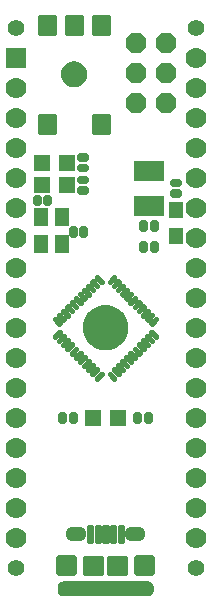
<source format=gbr>
G04 EAGLE Gerber RS-274X export*
G75*
%MOMM*%
%FSLAX34Y34*%
%LPD*%
%INSoldermask Top*%
%IPPOS*%
%AMOC8*
5,1,8,0,0,1.08239X$1,22.5*%
G01*
%ADD10C,1.403200*%
%ADD11C,0.243838*%
%ADD12C,0.508253*%
%ADD13C,1.011934*%
%ADD14C,0.362709*%
%ADD15C,1.103200*%
%ADD16P,1.897646X8X112.500000*%
%ADD17C,1.200000*%
%ADD18C,1.219200*%
%ADD19C,0.661416*%
%ADD20R,1.203200X1.403200*%
%ADD21R,1.403200X1.403200*%
%ADD22R,1.253200X1.503200*%
%ADD23C,2.540000*%
%ADD24C,0.420816*%
%ADD25R,2.603200X1.803200*%
%ADD26C,0.416831*%
%ADD27R,1.778000X1.778000*%
%ADD28C,1.778000*%

G36*
X54009Y-11429D02*
X54009Y-11429D01*
X125095Y-11429D01*
X125108Y-11428D01*
X125237Y-11421D01*
X125944Y-11342D01*
X126004Y-11327D01*
X126066Y-11322D01*
X126221Y-11278D01*
X126892Y-11044D01*
X126947Y-11016D01*
X127006Y-10997D01*
X127148Y-10920D01*
X127750Y-10542D01*
X127798Y-10503D01*
X127851Y-10471D01*
X127972Y-10365D01*
X128475Y-9862D01*
X128513Y-9813D01*
X128558Y-9770D01*
X128652Y-9640D01*
X129030Y-9038D01*
X129056Y-8982D01*
X129091Y-8930D01*
X129154Y-8782D01*
X129388Y-8111D01*
X129399Y-8063D01*
X129400Y-8060D01*
X129403Y-8047D01*
X129424Y-7992D01*
X129452Y-7834D01*
X129531Y-7127D01*
X129531Y-7113D01*
X129539Y-6985D01*
X129539Y-3175D01*
X129538Y-3162D01*
X129531Y-3033D01*
X129452Y-2326D01*
X129437Y-2266D01*
X129432Y-2204D01*
X129388Y-2049D01*
X129154Y-1378D01*
X129126Y-1323D01*
X129107Y-1264D01*
X129030Y-1122D01*
X128652Y-520D01*
X128613Y-472D01*
X128581Y-419D01*
X128475Y-298D01*
X127972Y205D01*
X127923Y243D01*
X127880Y288D01*
X127750Y382D01*
X127148Y760D01*
X127092Y786D01*
X127040Y821D01*
X126892Y884D01*
X126221Y1118D01*
X126160Y1131D01*
X126102Y1154D01*
X125944Y1182D01*
X125237Y1261D01*
X125223Y1261D01*
X125095Y1269D01*
X54009Y1269D01*
X53178Y1313D01*
X53117Y1309D01*
X53055Y1314D01*
X52895Y1296D01*
X52043Y1149D01*
X51983Y1131D01*
X51922Y1122D01*
X51770Y1069D01*
X50972Y736D01*
X50918Y705D01*
X50860Y683D01*
X50723Y598D01*
X50019Y95D01*
X49974Y53D01*
X49922Y18D01*
X49808Y-95D01*
X49234Y-742D01*
X49199Y-793D01*
X49156Y-838D01*
X49070Y-974D01*
X48654Y-1733D01*
X48631Y-1790D01*
X48600Y-1844D01*
X48546Y-1996D01*
X48309Y-2828D01*
X48295Y-2922D01*
X48271Y-3014D01*
X48264Y-3123D01*
X48261Y-3142D01*
X48262Y-3152D01*
X48261Y-3175D01*
X48261Y-6985D01*
X48273Y-7080D01*
X48275Y-7175D01*
X48298Y-7282D01*
X48301Y-7301D01*
X48304Y-7310D01*
X48309Y-7333D01*
X48546Y-8164D01*
X48570Y-8221D01*
X48586Y-8282D01*
X48654Y-8427D01*
X49070Y-9186D01*
X49106Y-9236D01*
X49135Y-9291D01*
X49234Y-9418D01*
X49808Y-10065D01*
X49855Y-10106D01*
X49895Y-10153D01*
X50019Y-10255D01*
X50723Y-10758D01*
X50778Y-10787D01*
X50827Y-10824D01*
X50972Y-10896D01*
X51770Y-11229D01*
X51829Y-11246D01*
X51886Y-11271D01*
X52043Y-11309D01*
X52895Y-11456D01*
X52957Y-11459D01*
X53017Y-11472D01*
X53178Y-11473D01*
X54009Y-11429D01*
G37*
D10*
X12700Y12700D03*
X165100Y12700D03*
X12700Y469900D03*
X165100Y469900D03*
D11*
X77521Y34874D02*
X73863Y34874D01*
X73863Y47930D01*
X77521Y47930D01*
X77521Y34874D01*
X77521Y37190D02*
X73863Y37190D01*
X73863Y39506D02*
X77521Y39506D01*
X77521Y41822D02*
X73863Y41822D01*
X73863Y44138D02*
X77521Y44138D01*
X77521Y46454D02*
X73863Y46454D01*
X80467Y34874D02*
X84125Y34874D01*
X80467Y34874D02*
X80467Y47930D01*
X84125Y47930D01*
X84125Y34874D01*
X84125Y37190D02*
X80467Y37190D01*
X80467Y39506D02*
X84125Y39506D01*
X84125Y41822D02*
X80467Y41822D01*
X80467Y44138D02*
X84125Y44138D01*
X84125Y46454D02*
X80467Y46454D01*
X87071Y34874D02*
X90729Y34874D01*
X87071Y34874D02*
X87071Y47930D01*
X90729Y47930D01*
X90729Y34874D01*
X90729Y37190D02*
X87071Y37190D01*
X87071Y39506D02*
X90729Y39506D01*
X90729Y41822D02*
X87071Y41822D01*
X87071Y44138D02*
X90729Y44138D01*
X90729Y46454D02*
X87071Y46454D01*
X93675Y34874D02*
X97333Y34874D01*
X93675Y34874D02*
X93675Y47930D01*
X97333Y47930D01*
X97333Y34874D01*
X97333Y37190D02*
X93675Y37190D01*
X93675Y39506D02*
X97333Y39506D01*
X97333Y41822D02*
X93675Y41822D01*
X93675Y44138D02*
X97333Y44138D01*
X97333Y46454D02*
X93675Y46454D01*
X100279Y34874D02*
X103937Y34874D01*
X100279Y34874D02*
X100279Y47930D01*
X103937Y47930D01*
X103937Y34874D01*
X103937Y37190D02*
X100279Y37190D01*
X100279Y39506D02*
X103937Y39506D01*
X103937Y41822D02*
X100279Y41822D01*
X100279Y44138D02*
X103937Y44138D01*
X103937Y46454D02*
X100279Y46454D01*
D12*
X62610Y8256D02*
X49150Y8256D01*
X49150Y20700D01*
X62610Y20700D01*
X62610Y8256D01*
X62610Y13085D02*
X49150Y13085D01*
X49150Y17914D02*
X62610Y17914D01*
X115190Y8256D02*
X128650Y8256D01*
X115190Y8256D02*
X115190Y20700D01*
X128650Y20700D01*
X128650Y8256D01*
X128650Y13085D02*
X115190Y13085D01*
X115190Y17914D02*
X128650Y17914D01*
D13*
X67585Y40365D02*
X60431Y40365D01*
X60431Y42439D01*
X67585Y42439D01*
X67585Y40365D01*
X110215Y40365D02*
X117369Y40365D01*
X110215Y40365D02*
X110215Y42439D01*
X117369Y42439D01*
X117369Y40365D01*
D14*
X85563Y7655D02*
X71917Y7655D01*
X71917Y21301D01*
X85563Y21301D01*
X85563Y7655D01*
X85563Y11101D02*
X71917Y11101D01*
X71917Y14547D02*
X85563Y14547D01*
X85563Y17993D02*
X71917Y17993D01*
X92237Y7655D02*
X105883Y7655D01*
X92237Y7655D02*
X92237Y21301D01*
X105883Y21301D01*
X105883Y7655D01*
X105883Y11101D02*
X92237Y11101D01*
X92237Y14547D02*
X105883Y14547D01*
X105883Y17993D02*
X92237Y17993D01*
D15*
X53848Y17018D03*
X53848Y11938D03*
X123952Y17018D03*
X123952Y11938D03*
X62738Y41402D03*
X65278Y41402D03*
X112522Y41402D03*
X115062Y41402D03*
D16*
X139700Y406400D03*
X114300Y406400D03*
X139700Y431800D03*
X114300Y431800D03*
X139700Y457200D03*
X114300Y457200D03*
D17*
X57230Y430530D02*
X57232Y430671D01*
X57238Y430812D01*
X57248Y430952D01*
X57262Y431092D01*
X57280Y431232D01*
X57301Y431371D01*
X57327Y431510D01*
X57356Y431648D01*
X57390Y431784D01*
X57427Y431920D01*
X57468Y432055D01*
X57513Y432189D01*
X57562Y432321D01*
X57614Y432452D01*
X57670Y432581D01*
X57730Y432708D01*
X57793Y432834D01*
X57859Y432958D01*
X57930Y433081D01*
X58003Y433201D01*
X58080Y433319D01*
X58160Y433435D01*
X58244Y433548D01*
X58330Y433659D01*
X58420Y433768D01*
X58513Y433874D01*
X58608Y433977D01*
X58707Y434078D01*
X58808Y434176D01*
X58912Y434271D01*
X59019Y434363D01*
X59128Y434452D01*
X59240Y434537D01*
X59354Y434620D01*
X59470Y434700D01*
X59589Y434776D01*
X59710Y434848D01*
X59832Y434918D01*
X59957Y434983D01*
X60083Y435046D01*
X60211Y435104D01*
X60341Y435159D01*
X60472Y435211D01*
X60605Y435258D01*
X60739Y435302D01*
X60874Y435343D01*
X61010Y435379D01*
X61147Y435411D01*
X61285Y435440D01*
X61423Y435465D01*
X61563Y435485D01*
X61703Y435502D01*
X61843Y435515D01*
X61984Y435524D01*
X62124Y435529D01*
X62265Y435530D01*
X62406Y435527D01*
X62547Y435520D01*
X62687Y435509D01*
X62827Y435494D01*
X62967Y435475D01*
X63106Y435453D01*
X63244Y435426D01*
X63382Y435396D01*
X63518Y435361D01*
X63654Y435323D01*
X63788Y435281D01*
X63922Y435235D01*
X64054Y435186D01*
X64184Y435132D01*
X64313Y435075D01*
X64440Y435015D01*
X64566Y434951D01*
X64689Y434883D01*
X64811Y434812D01*
X64931Y434738D01*
X65048Y434660D01*
X65163Y434579D01*
X65276Y434495D01*
X65387Y434408D01*
X65495Y434317D01*
X65600Y434224D01*
X65703Y434127D01*
X65803Y434028D01*
X65900Y433926D01*
X65994Y433821D01*
X66085Y433714D01*
X66173Y433604D01*
X66258Y433492D01*
X66340Y433377D01*
X66419Y433260D01*
X66494Y433141D01*
X66566Y433020D01*
X66634Y432897D01*
X66699Y432772D01*
X66761Y432645D01*
X66818Y432516D01*
X66873Y432386D01*
X66923Y432255D01*
X66970Y432122D01*
X67013Y431988D01*
X67052Y431852D01*
X67087Y431716D01*
X67119Y431579D01*
X67146Y431441D01*
X67170Y431302D01*
X67190Y431162D01*
X67206Y431022D01*
X67218Y430882D01*
X67226Y430741D01*
X67230Y430600D01*
X67230Y430460D01*
X67226Y430319D01*
X67218Y430178D01*
X67206Y430038D01*
X67190Y429898D01*
X67170Y429758D01*
X67146Y429619D01*
X67119Y429481D01*
X67087Y429344D01*
X67052Y429208D01*
X67013Y429072D01*
X66970Y428938D01*
X66923Y428805D01*
X66873Y428674D01*
X66818Y428544D01*
X66761Y428415D01*
X66699Y428288D01*
X66634Y428163D01*
X66566Y428040D01*
X66494Y427919D01*
X66419Y427800D01*
X66340Y427683D01*
X66258Y427568D01*
X66173Y427456D01*
X66085Y427346D01*
X65994Y427239D01*
X65900Y427134D01*
X65803Y427032D01*
X65703Y426933D01*
X65600Y426836D01*
X65495Y426743D01*
X65387Y426652D01*
X65276Y426565D01*
X65163Y426481D01*
X65048Y426400D01*
X64931Y426322D01*
X64811Y426248D01*
X64689Y426177D01*
X64566Y426109D01*
X64440Y426045D01*
X64313Y425985D01*
X64184Y425928D01*
X64054Y425874D01*
X63922Y425825D01*
X63788Y425779D01*
X63654Y425737D01*
X63518Y425699D01*
X63382Y425664D01*
X63244Y425634D01*
X63106Y425607D01*
X62967Y425585D01*
X62827Y425566D01*
X62687Y425551D01*
X62547Y425540D01*
X62406Y425533D01*
X62265Y425530D01*
X62124Y425531D01*
X61984Y425536D01*
X61843Y425545D01*
X61703Y425558D01*
X61563Y425575D01*
X61423Y425595D01*
X61285Y425620D01*
X61147Y425649D01*
X61010Y425681D01*
X60874Y425717D01*
X60739Y425758D01*
X60605Y425802D01*
X60472Y425849D01*
X60341Y425901D01*
X60211Y425956D01*
X60083Y426014D01*
X59957Y426077D01*
X59832Y426142D01*
X59710Y426212D01*
X59589Y426284D01*
X59470Y426360D01*
X59354Y426440D01*
X59240Y426523D01*
X59128Y426608D01*
X59019Y426697D01*
X58912Y426789D01*
X58808Y426884D01*
X58707Y426982D01*
X58608Y427083D01*
X58513Y427186D01*
X58420Y427292D01*
X58330Y427401D01*
X58244Y427512D01*
X58160Y427625D01*
X58080Y427741D01*
X58003Y427859D01*
X57930Y427979D01*
X57859Y428102D01*
X57793Y428226D01*
X57730Y428352D01*
X57670Y428479D01*
X57614Y428608D01*
X57562Y428739D01*
X57513Y428871D01*
X57468Y429005D01*
X57427Y429140D01*
X57390Y429276D01*
X57356Y429412D01*
X57327Y429550D01*
X57301Y429689D01*
X57280Y429828D01*
X57262Y429968D01*
X57248Y430108D01*
X57238Y430248D01*
X57232Y430389D01*
X57230Y430530D01*
D18*
X62230Y430530D03*
D19*
X121036Y282961D02*
X121534Y282961D01*
X121036Y282961D02*
X121036Y285999D01*
X121534Y285999D01*
X121534Y282961D01*
X129926Y282961D02*
X130424Y282961D01*
X129926Y282961D02*
X129926Y285999D01*
X130424Y285999D01*
X130424Y282961D01*
X150109Y329316D02*
X150109Y329814D01*
X150109Y329316D02*
X147071Y329316D01*
X147071Y329814D01*
X150109Y329814D01*
X150109Y338206D02*
X150109Y338704D01*
X150109Y338206D02*
X147071Y338206D01*
X147071Y338704D01*
X150109Y338704D01*
D20*
X148590Y315800D03*
X148590Y293800D03*
D19*
X130424Y303779D02*
X129926Y303779D01*
X130424Y303779D02*
X130424Y300741D01*
X129926Y300741D01*
X129926Y303779D01*
X121534Y303779D02*
X121036Y303779D01*
X121534Y303779D02*
X121534Y300741D01*
X121036Y300741D01*
X121036Y303779D01*
D21*
X99400Y139700D03*
X78400Y139700D03*
D19*
X70734Y298699D02*
X70236Y298699D01*
X70734Y298699D02*
X70734Y295661D01*
X70236Y295661D01*
X70236Y298699D01*
X61844Y298699D02*
X61346Y298699D01*
X61844Y298699D02*
X61844Y295661D01*
X61346Y295661D01*
X61346Y298699D01*
X40254Y325369D02*
X39756Y325369D01*
X40254Y325369D02*
X40254Y322331D01*
X39756Y322331D01*
X39756Y325369D01*
X31364Y325369D02*
X30866Y325369D01*
X31364Y325369D02*
X31364Y322331D01*
X30866Y322331D01*
X30866Y325369D01*
D21*
X35220Y355600D03*
X56220Y355600D03*
X35220Y336550D03*
X56220Y336550D03*
D19*
X115956Y138181D02*
X116454Y138181D01*
X115956Y138181D02*
X115956Y141219D01*
X116454Y141219D01*
X116454Y138181D01*
X124846Y138181D02*
X125344Y138181D01*
X124846Y138181D02*
X124846Y141219D01*
X125344Y141219D01*
X125344Y138181D01*
X71369Y331856D02*
X71369Y332354D01*
X71369Y331856D02*
X68331Y331856D01*
X68331Y332354D01*
X71369Y332354D01*
X71369Y340746D02*
X71369Y341244D01*
X71369Y340746D02*
X68331Y340746D01*
X68331Y341244D01*
X71369Y341244D01*
X68331Y359796D02*
X68331Y360294D01*
X71369Y360294D01*
X71369Y359796D01*
X68331Y359796D01*
X68331Y351404D02*
X68331Y350906D01*
X68331Y351404D02*
X71369Y351404D01*
X71369Y350906D01*
X68331Y350906D01*
X52954Y138181D02*
X52456Y138181D01*
X52456Y141219D01*
X52954Y141219D01*
X52954Y138181D01*
X61346Y138181D02*
X61844Y138181D01*
X61346Y138181D02*
X61346Y141219D01*
X61844Y141219D01*
X61844Y138181D01*
D22*
X52430Y286950D03*
X52430Y309950D03*
X33930Y309950D03*
X33930Y286950D03*
D23*
X82550Y215900D02*
X82552Y216059D01*
X82558Y216218D01*
X82568Y216376D01*
X82582Y216535D01*
X82600Y216693D01*
X82621Y216850D01*
X82647Y217007D01*
X82677Y217163D01*
X82710Y217319D01*
X82748Y217473D01*
X82789Y217627D01*
X82834Y217779D01*
X82883Y217930D01*
X82936Y218080D01*
X82992Y218229D01*
X83053Y218376D01*
X83116Y218521D01*
X83184Y218665D01*
X83255Y218808D01*
X83329Y218948D01*
X83407Y219086D01*
X83489Y219223D01*
X83574Y219357D01*
X83662Y219490D01*
X83753Y219620D01*
X83848Y219747D01*
X83946Y219872D01*
X84047Y219995D01*
X84151Y220115D01*
X84258Y220233D01*
X84368Y220348D01*
X84481Y220460D01*
X84596Y220569D01*
X84714Y220675D01*
X84835Y220779D01*
X84959Y220879D01*
X85084Y220976D01*
X85213Y221070D01*
X85343Y221160D01*
X85476Y221248D01*
X85611Y221332D01*
X85748Y221412D01*
X85887Y221490D01*
X86028Y221563D01*
X86170Y221633D01*
X86315Y221700D01*
X86461Y221763D01*
X86608Y221822D01*
X86757Y221878D01*
X86908Y221929D01*
X87059Y221977D01*
X87212Y222021D01*
X87366Y222062D01*
X87520Y222098D01*
X87676Y222131D01*
X87832Y222160D01*
X87989Y222184D01*
X88147Y222205D01*
X88305Y222222D01*
X88463Y222235D01*
X88622Y222244D01*
X88781Y222249D01*
X88940Y222250D01*
X89099Y222247D01*
X89257Y222240D01*
X89416Y222229D01*
X89574Y222214D01*
X89732Y222195D01*
X89889Y222172D01*
X90046Y222146D01*
X90202Y222115D01*
X90357Y222081D01*
X90511Y222042D01*
X90665Y222000D01*
X90817Y221954D01*
X90968Y221904D01*
X91117Y221850D01*
X91266Y221793D01*
X91412Y221732D01*
X91558Y221667D01*
X91701Y221599D01*
X91843Y221527D01*
X91983Y221451D01*
X92121Y221373D01*
X92257Y221290D01*
X92391Y221205D01*
X92522Y221116D01*
X92652Y221023D01*
X92779Y220928D01*
X92903Y220829D01*
X93026Y220727D01*
X93145Y220623D01*
X93262Y220515D01*
X93376Y220404D01*
X93487Y220291D01*
X93596Y220175D01*
X93701Y220056D01*
X93804Y219934D01*
X93903Y219810D01*
X94000Y219684D01*
X94093Y219555D01*
X94183Y219424D01*
X94269Y219290D01*
X94352Y219155D01*
X94432Y219017D01*
X94508Y218878D01*
X94581Y218737D01*
X94650Y218594D01*
X94716Y218449D01*
X94778Y218302D01*
X94836Y218155D01*
X94891Y218005D01*
X94942Y217855D01*
X94989Y217703D01*
X95032Y217550D01*
X95071Y217396D01*
X95107Y217241D01*
X95138Y217085D01*
X95166Y216929D01*
X95190Y216772D01*
X95210Y216614D01*
X95226Y216456D01*
X95238Y216297D01*
X95246Y216138D01*
X95250Y215979D01*
X95250Y215821D01*
X95246Y215662D01*
X95238Y215503D01*
X95226Y215344D01*
X95210Y215186D01*
X95190Y215028D01*
X95166Y214871D01*
X95138Y214715D01*
X95107Y214559D01*
X95071Y214404D01*
X95032Y214250D01*
X94989Y214097D01*
X94942Y213945D01*
X94891Y213795D01*
X94836Y213645D01*
X94778Y213498D01*
X94716Y213351D01*
X94650Y213206D01*
X94581Y213063D01*
X94508Y212922D01*
X94432Y212783D01*
X94352Y212645D01*
X94269Y212510D01*
X94183Y212376D01*
X94093Y212245D01*
X94000Y212116D01*
X93903Y211990D01*
X93804Y211866D01*
X93701Y211744D01*
X93596Y211625D01*
X93487Y211509D01*
X93376Y211396D01*
X93262Y211285D01*
X93145Y211177D01*
X93026Y211073D01*
X92903Y210971D01*
X92779Y210872D01*
X92652Y210777D01*
X92522Y210684D01*
X92391Y210595D01*
X92257Y210510D01*
X92121Y210427D01*
X91983Y210349D01*
X91843Y210273D01*
X91701Y210201D01*
X91558Y210133D01*
X91412Y210068D01*
X91266Y210007D01*
X91117Y209950D01*
X90968Y209896D01*
X90817Y209846D01*
X90665Y209800D01*
X90511Y209758D01*
X90357Y209719D01*
X90202Y209685D01*
X90046Y209654D01*
X89889Y209628D01*
X89732Y209605D01*
X89574Y209586D01*
X89416Y209571D01*
X89257Y209560D01*
X89099Y209553D01*
X88940Y209550D01*
X88781Y209551D01*
X88622Y209556D01*
X88463Y209565D01*
X88305Y209578D01*
X88147Y209595D01*
X87989Y209616D01*
X87832Y209640D01*
X87676Y209669D01*
X87520Y209702D01*
X87366Y209738D01*
X87212Y209779D01*
X87059Y209823D01*
X86908Y209871D01*
X86757Y209922D01*
X86608Y209978D01*
X86461Y210037D01*
X86315Y210100D01*
X86170Y210167D01*
X86028Y210237D01*
X85887Y210310D01*
X85748Y210388D01*
X85611Y210468D01*
X85476Y210552D01*
X85343Y210640D01*
X85213Y210730D01*
X85084Y210824D01*
X84959Y210921D01*
X84835Y211021D01*
X84714Y211125D01*
X84596Y211231D01*
X84481Y211340D01*
X84368Y211452D01*
X84258Y211567D01*
X84151Y211685D01*
X84047Y211805D01*
X83946Y211928D01*
X83848Y212053D01*
X83753Y212180D01*
X83662Y212310D01*
X83574Y212443D01*
X83489Y212577D01*
X83407Y212714D01*
X83329Y212852D01*
X83255Y212992D01*
X83184Y213135D01*
X83116Y213279D01*
X83053Y213424D01*
X82992Y213571D01*
X82936Y213720D01*
X82883Y213870D01*
X82834Y214021D01*
X82789Y214173D01*
X82748Y214327D01*
X82710Y214481D01*
X82677Y214637D01*
X82647Y214793D01*
X82621Y214950D01*
X82600Y215107D01*
X82582Y215265D01*
X82568Y215424D01*
X82558Y215582D01*
X82552Y215741D01*
X82550Y215900D01*
D24*
X127650Y219701D02*
X131414Y223465D01*
X131820Y223059D01*
X128056Y219295D01*
X127650Y219701D01*
X131242Y223293D02*
X131586Y223293D01*
X127879Y227001D02*
X124115Y223237D01*
X127879Y227001D02*
X128285Y226595D01*
X124521Y222831D01*
X124115Y223237D01*
X127707Y226829D02*
X128051Y226829D01*
X124343Y230536D02*
X120579Y226772D01*
X124343Y230536D02*
X124749Y230130D01*
X120985Y226366D01*
X120579Y226772D01*
X124171Y230364D02*
X124515Y230364D01*
X120808Y234072D02*
X117044Y230308D01*
X120808Y234072D02*
X121214Y233666D01*
X117450Y229902D01*
X117044Y230308D01*
X120636Y233900D02*
X120980Y233900D01*
X117272Y237607D02*
X113508Y233843D01*
X117272Y237607D02*
X117678Y237201D01*
X113914Y233437D01*
X113508Y233843D01*
X117100Y237435D02*
X117444Y237435D01*
X113737Y241143D02*
X109973Y237379D01*
X113737Y241143D02*
X114143Y240737D01*
X110379Y236973D01*
X109973Y237379D01*
X113565Y240971D02*
X113909Y240971D01*
X110201Y244678D02*
X106437Y240914D01*
X110201Y244678D02*
X110607Y244272D01*
X106843Y240508D01*
X106437Y240914D01*
X110029Y244506D02*
X110373Y244506D01*
X106666Y248214D02*
X102902Y244450D01*
X106666Y248214D02*
X107072Y247808D01*
X103308Y244044D01*
X102902Y244450D01*
X106494Y248042D02*
X106838Y248042D01*
X103130Y251749D02*
X99366Y247985D01*
X103130Y251749D02*
X103536Y251343D01*
X99772Y247579D01*
X99366Y247985D01*
X102958Y251577D02*
X103302Y251577D01*
X99595Y255285D02*
X95831Y251521D01*
X99595Y255285D02*
X100001Y254879D01*
X96237Y251115D01*
X95831Y251521D01*
X99423Y255113D02*
X99767Y255113D01*
X96059Y258820D02*
X92295Y255056D01*
X96059Y258820D02*
X96465Y258414D01*
X92701Y254650D01*
X92295Y255056D01*
X95887Y258648D02*
X96231Y258648D01*
X85099Y254650D02*
X81335Y258414D01*
X81741Y258820D01*
X85505Y255056D01*
X85099Y254650D01*
X81913Y258648D02*
X81569Y258648D01*
X77799Y254879D02*
X81563Y251115D01*
X77799Y254879D02*
X78205Y255285D01*
X81969Y251521D01*
X81563Y251115D01*
X78377Y255113D02*
X78033Y255113D01*
X74264Y251343D02*
X78028Y247579D01*
X74264Y251343D02*
X74670Y251749D01*
X78434Y247985D01*
X78028Y247579D01*
X74842Y251577D02*
X74498Y251577D01*
X70728Y247808D02*
X74492Y244044D01*
X70728Y247808D02*
X71134Y248214D01*
X74898Y244450D01*
X74492Y244044D01*
X71306Y248042D02*
X70962Y248042D01*
X67193Y244272D02*
X70957Y240508D01*
X67193Y244272D02*
X67599Y244678D01*
X71363Y240914D01*
X70957Y240508D01*
X67771Y244506D02*
X67427Y244506D01*
X63657Y240737D02*
X67421Y236973D01*
X63657Y240737D02*
X64063Y241143D01*
X67827Y237379D01*
X67421Y236973D01*
X64235Y240971D02*
X63891Y240971D01*
X60122Y237201D02*
X63886Y233437D01*
X60122Y237201D02*
X60528Y237607D01*
X64292Y233843D01*
X63886Y233437D01*
X60700Y237435D02*
X60356Y237435D01*
X56586Y233666D02*
X60350Y229902D01*
X56586Y233666D02*
X56992Y234072D01*
X60756Y230308D01*
X60350Y229902D01*
X57164Y233900D02*
X56820Y233900D01*
X53051Y230130D02*
X56815Y226366D01*
X53051Y230130D02*
X53457Y230536D01*
X57221Y226772D01*
X56815Y226366D01*
X53629Y230364D02*
X53285Y230364D01*
X49515Y226595D02*
X53279Y222831D01*
X49515Y226595D02*
X49921Y227001D01*
X53685Y223237D01*
X53279Y222831D01*
X50093Y226829D02*
X49749Y226829D01*
X45980Y223059D02*
X49744Y219295D01*
X45980Y223059D02*
X46386Y223465D01*
X50150Y219701D01*
X49744Y219295D01*
X46558Y223293D02*
X46214Y223293D01*
X50150Y212099D02*
X46386Y208335D01*
X45980Y208741D01*
X49744Y212505D01*
X50150Y212099D01*
X49916Y212333D02*
X49572Y212333D01*
X53685Y208563D02*
X49921Y204799D01*
X49515Y205205D01*
X53279Y208969D01*
X53685Y208563D01*
X53451Y208797D02*
X53107Y208797D01*
X57221Y205028D02*
X53457Y201264D01*
X53051Y201670D01*
X56815Y205434D01*
X57221Y205028D01*
X56987Y205262D02*
X56643Y205262D01*
X60756Y201492D02*
X56992Y197728D01*
X56586Y198134D01*
X60350Y201898D01*
X60756Y201492D01*
X60522Y201726D02*
X60178Y201726D01*
X64292Y197957D02*
X60528Y194193D01*
X60122Y194599D01*
X63886Y198363D01*
X64292Y197957D01*
X64058Y198191D02*
X63714Y198191D01*
X67827Y194421D02*
X64063Y190657D01*
X63657Y191063D01*
X67421Y194827D01*
X67827Y194421D01*
X67593Y194655D02*
X67249Y194655D01*
X71363Y190886D02*
X67599Y187122D01*
X67193Y187528D01*
X70957Y191292D01*
X71363Y190886D01*
X71129Y191120D02*
X70785Y191120D01*
X74898Y187350D02*
X71134Y183586D01*
X70728Y183992D01*
X74492Y187756D01*
X74898Y187350D01*
X74664Y187584D02*
X74320Y187584D01*
X78434Y183815D02*
X74670Y180051D01*
X74264Y180457D01*
X78028Y184221D01*
X78434Y183815D01*
X78200Y184049D02*
X77856Y184049D01*
X81969Y180279D02*
X78205Y176515D01*
X77799Y176921D01*
X81563Y180685D01*
X81969Y180279D01*
X81735Y180513D02*
X81391Y180513D01*
X85505Y176744D02*
X81741Y172980D01*
X81335Y173386D01*
X85099Y177150D01*
X85505Y176744D01*
X85271Y176978D02*
X84927Y176978D01*
X92701Y177150D02*
X96465Y173386D01*
X96059Y172980D01*
X92295Y176744D01*
X92701Y177150D01*
X92873Y176978D02*
X92529Y176978D01*
X96237Y180685D02*
X100001Y176921D01*
X99595Y176515D01*
X95831Y180279D01*
X96237Y180685D01*
X96409Y180513D02*
X96065Y180513D01*
X99772Y184221D02*
X103536Y180457D01*
X103130Y180051D01*
X99366Y183815D01*
X99772Y184221D01*
X99944Y184049D02*
X99600Y184049D01*
X103308Y187756D02*
X107072Y183992D01*
X106666Y183586D01*
X102902Y187350D01*
X103308Y187756D01*
X103480Y187584D02*
X103136Y187584D01*
X106843Y191292D02*
X110607Y187528D01*
X110201Y187122D01*
X106437Y190886D01*
X106843Y191292D01*
X107015Y191120D02*
X106671Y191120D01*
X110379Y194827D02*
X114143Y191063D01*
X113737Y190657D01*
X109973Y194421D01*
X110379Y194827D01*
X110551Y194655D02*
X110207Y194655D01*
X113914Y198363D02*
X117678Y194599D01*
X117272Y194193D01*
X113508Y197957D01*
X113914Y198363D01*
X114086Y198191D02*
X113742Y198191D01*
X117450Y201898D02*
X121214Y198134D01*
X120808Y197728D01*
X117044Y201492D01*
X117450Y201898D01*
X117622Y201726D02*
X117278Y201726D01*
X120985Y205434D02*
X124749Y201670D01*
X124343Y201264D01*
X120579Y205028D01*
X120985Y205434D01*
X121157Y205262D02*
X120813Y205262D01*
X124521Y208969D02*
X128285Y205205D01*
X127879Y204799D01*
X124115Y208563D01*
X124521Y208969D01*
X124693Y208797D02*
X124349Y208797D01*
X128056Y212505D02*
X131820Y208741D01*
X131414Y208335D01*
X127650Y212099D01*
X128056Y212505D01*
X128228Y212333D02*
X127884Y212333D01*
D25*
X125730Y319010D03*
X125730Y349010D03*
D26*
X78798Y465598D02*
X78798Y479462D01*
X90662Y479462D01*
X90662Y465598D01*
X78798Y465598D01*
X78798Y469558D02*
X90662Y469558D01*
X90662Y473518D02*
X78798Y473518D01*
X78798Y477478D02*
X90662Y477478D01*
X78798Y395462D02*
X78798Y381598D01*
X78798Y395462D02*
X90662Y395462D01*
X90662Y381598D01*
X78798Y381598D01*
X78798Y385558D02*
X90662Y385558D01*
X90662Y389518D02*
X78798Y389518D01*
X78798Y393478D02*
X90662Y393478D01*
X33798Y465598D02*
X33798Y479462D01*
X45662Y479462D01*
X45662Y465598D01*
X33798Y465598D01*
X33798Y469558D02*
X45662Y469558D01*
X45662Y473518D02*
X33798Y473518D01*
X33798Y477478D02*
X45662Y477478D01*
X33798Y395462D02*
X33798Y381598D01*
X33798Y395462D02*
X45662Y395462D01*
X45662Y381598D01*
X33798Y381598D01*
X33798Y385558D02*
X45662Y385558D01*
X45662Y389518D02*
X33798Y389518D01*
X33798Y393478D02*
X45662Y393478D01*
X56298Y465598D02*
X56298Y479462D01*
X68162Y479462D01*
X68162Y465598D01*
X56298Y465598D01*
X56298Y469558D02*
X68162Y469558D01*
X68162Y473518D02*
X56298Y473518D01*
X56298Y477478D02*
X68162Y477478D01*
D27*
X12700Y444500D03*
D28*
X12700Y419100D03*
X12700Y393700D03*
X12700Y368300D03*
X12700Y342900D03*
X12700Y317500D03*
X12700Y292100D03*
X12700Y266700D03*
X12700Y241300D03*
X12700Y215900D03*
X12700Y190500D03*
X12700Y165100D03*
X12700Y139700D03*
X12700Y114300D03*
X12700Y88900D03*
X12700Y63500D03*
X12700Y38100D03*
X165100Y444500D03*
X165100Y419100D03*
X165100Y393700D03*
X165100Y368300D03*
X165100Y342900D03*
X165100Y317500D03*
X165100Y292100D03*
X165100Y266700D03*
X165100Y241300D03*
X165100Y215900D03*
X165100Y190500D03*
X165100Y165100D03*
X165100Y139700D03*
X165100Y114300D03*
X165100Y88900D03*
X165100Y63500D03*
X165100Y38100D03*
M02*

</source>
